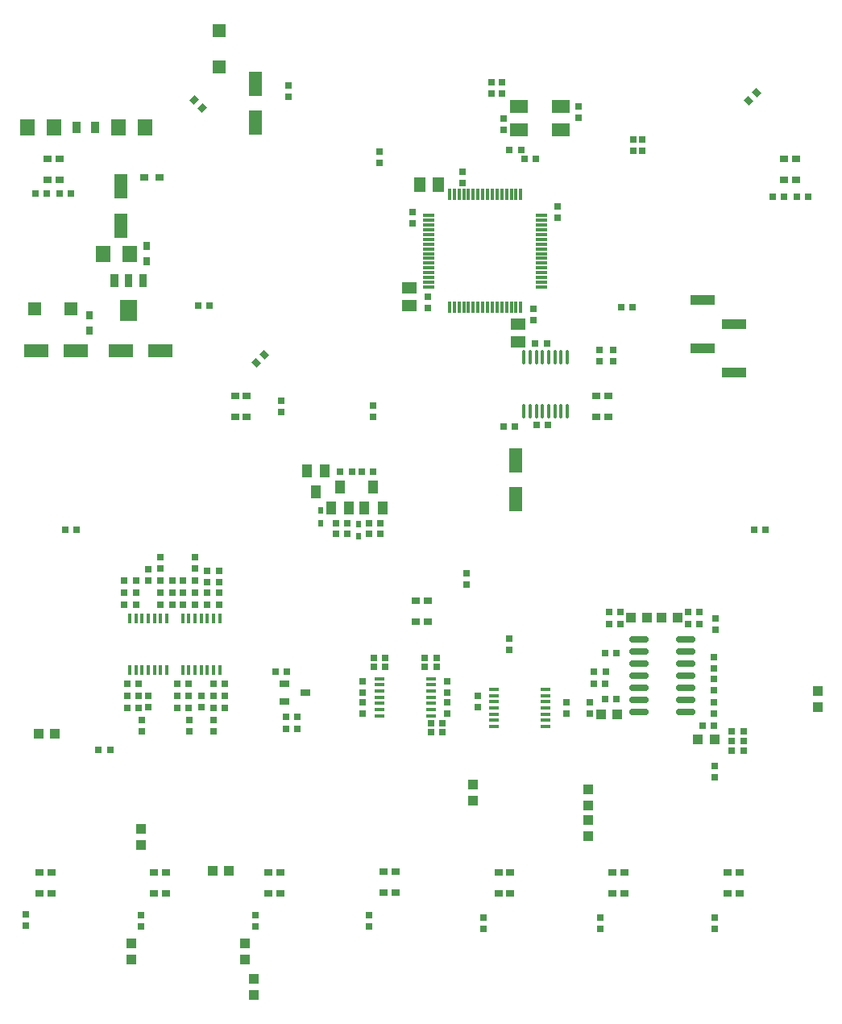
<source format=gbr>
%TF.GenerationSoftware,KiCad,Pcbnew,(6.0.11-0)*%
%TF.CreationDate,2023-03-07T14:13:06+01:00*%
%TF.ProjectId,marbles,6d617262-6c65-4732-9e6b-696361645f70,rev?*%
%TF.SameCoordinates,Original*%
%TF.FileFunction,Paste,Top*%
%TF.FilePolarity,Positive*%
%FSLAX46Y46*%
G04 Gerber Fmt 4.6, Leading zero omitted, Abs format (unit mm)*
G04 Created by KiCad (PCBNEW (6.0.11-0)) date 2023-03-07 14:13:06*
%MOMM*%
%LPD*%
G01*
G04 APERTURE LIST*
G04 Aperture macros list*
%AMRoundRect*
0 Rectangle with rounded corners*
0 $1 Rounding radius*
0 $2 $3 $4 $5 $6 $7 $8 $9 X,Y pos of 4 corners*
0 Add a 4 corners polygon primitive as box body*
4,1,4,$2,$3,$4,$5,$6,$7,$8,$9,$2,$3,0*
0 Add four circle primitives for the rounded corners*
1,1,$1+$1,$2,$3*
1,1,$1+$1,$4,$5*
1,1,$1+$1,$6,$7*
1,1,$1+$1,$8,$9*
0 Add four rect primitives between the rounded corners*
20,1,$1+$1,$2,$3,$4,$5,0*
20,1,$1+$1,$4,$5,$6,$7,0*
20,1,$1+$1,$6,$7,$8,$9,0*
20,1,$1+$1,$8,$9,$2,$3,0*%
%AMRotRect*
0 Rectangle, with rotation*
0 The origin of the aperture is its center*
0 $1 length*
0 $2 width*
0 $3 Rotation angle, in degrees counterclockwise*
0 Add horizontal line*
21,1,$1,$2,0,0,$3*%
G04 Aperture macros list end*
%ADD10R,1.300000X1.500000*%
%ADD11R,2.600000X1.400000*%
%ADD12R,0.750000X0.650000*%
%ADD13R,0.850000X0.640000*%
%ADD14R,0.650000X0.750000*%
%ADD15R,1.000000X1.100000*%
%ADD16R,2.510000X1.000000*%
%ADD17R,1.600000X1.800000*%
%ADD18R,1.000000X0.700000*%
%ADD19R,1.900000X1.400000*%
%ADD20R,1.100000X1.000000*%
%ADD21R,1.500000X1.300000*%
%ADD22R,1.400000X1.400000*%
%ADD23R,1.400000X2.600000*%
%ADD24R,0.990600X0.304800*%
%ADD25R,0.500000X0.700000*%
%ADD26RotRect,0.650000X0.750000X135.000000*%
%ADD27R,1.000000X1.400000*%
%ADD28R,0.300000X1.200000*%
%ADD29R,1.200000X0.300000*%
%ADD30RotRect,0.650000X0.750000X45.000000*%
%ADD31R,0.700000X0.850000*%
%ADD32R,0.900000X1.250000*%
%ADD33RoundRect,0.150000X-0.825000X-0.150000X0.825000X-0.150000X0.825000X0.150000X-0.825000X0.150000X0*%
%ADD34R,0.304800X0.990600*%
%ADD35R,0.850000X0.700000*%
%ADD36RoundRect,0.100000X0.100000X-0.637500X0.100000X0.637500X-0.100000X0.637500X-0.100000X-0.637500X0*%
%ADD37RotRect,0.650000X0.750000X225.000000*%
G04 APERTURE END LIST*
%TO.C,IC3*%
G36*
X118103700Y-82768600D02*
G01*
X117303700Y-82768600D01*
X117303700Y-81368600D01*
X118103700Y-81368600D01*
X118103700Y-82768600D01*
G37*
G36*
X118603700Y-86248600D02*
G01*
X116803700Y-86248600D01*
X116803700Y-84048600D01*
X118603700Y-84048600D01*
X118603700Y-86248600D01*
G37*
G36*
X119603700Y-82768600D02*
G01*
X118803700Y-82768600D01*
X118803700Y-81368600D01*
X119603700Y-81368600D01*
X119603700Y-82768600D01*
G37*
G36*
X116603700Y-82768600D02*
G01*
X115803700Y-82768600D01*
X115803700Y-81368600D01*
X116603700Y-81368600D01*
X116603700Y-82768600D01*
G37*
%TD*%
D10*
%TO.C,C10*%
X150244900Y-71983600D03*
X148344900Y-71983600D03*
%TD*%
D11*
%TO.C,C22*%
X108033600Y-89446100D03*
X112133600Y-89446100D03*
%TD*%
D12*
%TO.C,R82*%
X106900000Y-149800000D03*
X106900000Y-148600000D03*
%TD*%
D13*
%TO.C,LED4-2*%
X168125000Y-96350000D03*
X166875000Y-96350000D03*
X168125000Y-94150000D03*
X166875000Y-94150000D03*
%TD*%
D14*
%TO.C,C34*%
X168221100Y-118098000D03*
X169421100Y-118098000D03*
%TD*%
D12*
%TO.C,R28*%
X121037400Y-112271100D03*
X121037400Y-111071100D03*
%TD*%
%TO.C,R31*%
X125958600Y-113699800D03*
X125958600Y-112499800D03*
%TD*%
D14*
%TO.C,R24*%
X140687400Y-107543700D03*
X139487400Y-107543700D03*
%TD*%
D13*
%TO.C,LED7-2*%
X121625000Y-146400000D03*
X120375000Y-146400000D03*
X121625000Y-144200000D03*
X120375000Y-144200000D03*
%TD*%
D14*
%TO.C,C38*%
X134337400Y-123101100D03*
X133137400Y-123101100D03*
%TD*%
%TO.C,R66*%
X126628600Y-126911100D03*
X127828600Y-126911100D03*
%TD*%
D12*
%TO.C,R36*%
X153250000Y-112750000D03*
X153250000Y-113950000D03*
%TD*%
D14*
%TO.C,R26*%
X140687400Y-108654900D03*
X139487400Y-108654900D03*
%TD*%
D15*
%TO.C,R63*%
X179250000Y-130200000D03*
X177550000Y-130200000D03*
%TD*%
D12*
%TO.C,R19*%
X133750000Y-94650000D03*
X133750000Y-95850000D03*
%TD*%
D14*
%TO.C,C18*%
X170691100Y-84842300D03*
X169491100Y-84842300D03*
%TD*%
D16*
%TO.C,J17*%
X181355000Y-91710000D03*
X178045000Y-89170000D03*
X181355000Y-86630000D03*
X178045000Y-84090000D03*
%TD*%
D14*
%TO.C,R59*%
X127828600Y-125641100D03*
X126628600Y-125641100D03*
%TD*%
D12*
%TO.C,C7*%
X171678600Y-67256100D03*
X171678600Y-68456100D03*
%TD*%
D17*
%TO.C,C14*%
X117833600Y-79286100D03*
X115033600Y-79286100D03*
%TD*%
D14*
%TO.C,R42*%
X127193600Y-114846100D03*
X125993600Y-114846100D03*
%TD*%
D18*
%TO.C,IC8*%
X134066100Y-124373600D03*
X134066100Y-126273600D03*
X136266100Y-125323600D03*
%TD*%
D19*
%TO.C,Q1*%
X158683600Y-66198600D03*
X163083600Y-66198600D03*
X163083600Y-63798600D03*
X158683600Y-63798600D03*
%TD*%
D20*
%TO.C,C53*%
X109981100Y-129609800D03*
X108281100Y-129609800D03*
%TD*%
D12*
%TO.C,R84*%
X131000000Y-149850000D03*
X131000000Y-148650000D03*
%TD*%
%TO.C,R32*%
X127228600Y-113699800D03*
X127228600Y-112499800D03*
%TD*%
D13*
%TO.C,LED5-2*%
X149125000Y-117850000D03*
X147875000Y-117850000D03*
X149125000Y-115650000D03*
X147875000Y-115650000D03*
%TD*%
D12*
%TO.C,C48*%
X154374900Y-126876100D03*
X154374900Y-125676100D03*
%TD*%
D21*
%TO.C,C20*%
X158661100Y-86591100D03*
X158661100Y-88491100D03*
%TD*%
D14*
%TO.C,R27*%
X144179800Y-108655000D03*
X142979800Y-108655000D03*
%TD*%
%TO.C,R69*%
X149488700Y-128498500D03*
X150688700Y-128498500D03*
%TD*%
%TO.C,R41*%
X123453600Y-114846100D03*
X124653600Y-114846100D03*
%TD*%
D12*
%TO.C,R61*%
X179200000Y-126300000D03*
X179200000Y-127500000D03*
%TD*%
D22*
%TO.C,D2*%
X111666100Y-85001100D03*
X107866100Y-85001100D03*
%TD*%
D14*
%TO.C,R54*%
X167800000Y-124400000D03*
X166600000Y-124400000D03*
%TD*%
D12*
%TO.C,R17*%
X168600000Y-89300000D03*
X168600000Y-90500000D03*
%TD*%
D23*
%TO.C,C27*%
X158343700Y-100889900D03*
X158343700Y-104989900D03*
%TD*%
D13*
%TO.C,LED9-2*%
X145725000Y-146350000D03*
X144475000Y-146350000D03*
X145725000Y-144150000D03*
X144475000Y-144150000D03*
%TD*%
D20*
%TO.C,R85*%
X118000000Y-153350000D03*
X118000000Y-151650000D03*
%TD*%
D24*
%TO.C,IC10*%
X156102100Y-124961100D03*
X156102100Y-125611100D03*
X156102100Y-126261100D03*
X156102100Y-126911100D03*
X156102100Y-127561100D03*
X156102100Y-128211100D03*
X156102100Y-128861100D03*
X161537700Y-128861100D03*
X161537700Y-128211100D03*
X161537700Y-127561100D03*
X161537700Y-126911100D03*
X161537700Y-126261100D03*
X161537700Y-125611100D03*
X161537700Y-124961100D03*
%TD*%
D12*
%TO.C,R55*%
X151199900Y-125288400D03*
X151199900Y-124088400D03*
%TD*%
D25*
%TO.C,D5*%
X141833500Y-108878500D03*
X141833500Y-107578500D03*
%TD*%
D15*
%TO.C,C55*%
X165963600Y-137200000D03*
X165963600Y-135500000D03*
%TD*%
D14*
%TO.C,C40*%
X118779900Y-124371100D03*
X117579900Y-124371100D03*
%TD*%
%TO.C,R57*%
X117579900Y-125641100D03*
X118779900Y-125641100D03*
%TD*%
D12*
%TO.C,C8*%
X144056100Y-68526100D03*
X144056100Y-69726100D03*
%TD*%
%TO.C,C47*%
X125323600Y-125676100D03*
X125323600Y-126876100D03*
%TD*%
D26*
%TO.C,R1*%
X125424264Y-63924264D03*
X124575736Y-63075736D03*
%TD*%
D14*
%TO.C,R22*%
X139963600Y-102146200D03*
X141163600Y-102146200D03*
%TD*%
D12*
%TO.C,R67*%
X151200000Y-126311100D03*
X151200000Y-127511100D03*
%TD*%
D20*
%TO.C,R87*%
X130900000Y-157050000D03*
X130900000Y-155350000D03*
%TD*%
D23*
%TO.C,C2*%
X131038600Y-61361100D03*
X131038600Y-65461100D03*
%TD*%
D14*
%TO.C,R33*%
X118462400Y-113576100D03*
X117262400Y-113576100D03*
%TD*%
%TO.C,C41*%
X124018600Y-124371100D03*
X122818600Y-124371100D03*
%TD*%
D27*
%TO.C,Q3*%
X142471100Y-105944900D03*
X143421100Y-103744900D03*
X144371100Y-105944900D03*
%TD*%
D28*
%TO.C,IC2*%
X158918600Y-73032200D03*
X158418600Y-73032200D03*
X157918600Y-73032200D03*
X157418600Y-73032200D03*
X156918600Y-73032200D03*
X156418600Y-73032200D03*
X155918600Y-73032200D03*
X155418600Y-73032200D03*
X154918600Y-73032200D03*
X154418600Y-73032200D03*
X153918600Y-73032200D03*
X153418600Y-73032200D03*
X152918600Y-73032200D03*
X152418600Y-73032200D03*
X151918600Y-73032200D03*
X151418600Y-73032200D03*
D29*
X149257600Y-75218600D03*
X149257600Y-75718600D03*
X149257600Y-76218600D03*
X149257600Y-76718600D03*
X149257600Y-77218600D03*
X149257600Y-77718600D03*
X149257600Y-78218600D03*
X149257600Y-78718600D03*
X149257600Y-79218600D03*
X149257600Y-79718600D03*
X149257600Y-80218600D03*
X149257600Y-80718600D03*
X149257600Y-81218600D03*
X149257600Y-81718600D03*
X149257600Y-82218600D03*
X149257600Y-82718600D03*
D28*
X151418600Y-84854200D03*
X151918600Y-84854200D03*
X152418600Y-84854200D03*
X152918600Y-84854200D03*
X153418600Y-84854200D03*
X153918600Y-84854200D03*
X154418600Y-84854200D03*
X154918600Y-84854200D03*
X155418600Y-84854200D03*
X155918600Y-84854200D03*
X156418600Y-84854200D03*
X156918600Y-84854200D03*
X157418600Y-84854200D03*
X157918600Y-84854200D03*
X158418600Y-84854200D03*
X158918600Y-84854200D03*
D29*
X161105000Y-82718600D03*
X161105000Y-82218600D03*
X161105000Y-81718600D03*
X161105000Y-81218600D03*
X161105000Y-80718600D03*
X161105000Y-80218600D03*
X161105000Y-79718600D03*
X161105000Y-79218600D03*
X161105000Y-78718600D03*
X161105000Y-78218600D03*
X161105000Y-77718600D03*
X161105000Y-77218600D03*
X161105000Y-76718600D03*
X161105000Y-76218600D03*
X161105000Y-75718600D03*
X161105000Y-75218600D03*
%TD*%
D15*
%TO.C,R46*%
X173686100Y-117463000D03*
X175386100Y-117463000D03*
%TD*%
D30*
%TO.C,R5*%
X182825736Y-63174264D03*
X183674264Y-62325736D03*
%TD*%
D27*
%TO.C,D3*%
X138338700Y-101998600D03*
X136438700Y-101998600D03*
X137388700Y-104198600D03*
%TD*%
D12*
%TO.C,C9*%
X152787400Y-71789800D03*
X152787400Y-70589800D03*
%TD*%
D15*
%TO.C,C54*%
X153898600Y-136651100D03*
X153898600Y-134951100D03*
%TD*%
D12*
%TO.C,C4*%
X165011200Y-64963600D03*
X165011200Y-63763600D03*
%TD*%
D15*
%TO.C,R62*%
X167332500Y-127570000D03*
X169032500Y-127570000D03*
%TD*%
D14*
%TO.C,R65*%
X124018600Y-126911100D03*
X122818600Y-126911100D03*
%TD*%
%TO.C,C28*%
X112271100Y-108178600D03*
X111071100Y-108178600D03*
%TD*%
D12*
%TO.C,C36*%
X157708600Y-119643600D03*
X157708600Y-120843600D03*
%TD*%
%TO.C,R72*%
X126593600Y-128216100D03*
X126593600Y-129416100D03*
%TD*%
D31*
%TO.C,L3*%
X119608600Y-80027400D03*
X119608600Y-78427400D03*
%TD*%
D14*
%TO.C,R58*%
X122818600Y-125641100D03*
X124018600Y-125641100D03*
%TD*%
D12*
%TO.C,C37*%
X179200000Y-121600000D03*
X179200000Y-122800000D03*
%TD*%
D32*
%TO.C,L1*%
X114150000Y-66000000D03*
X112250000Y-66000000D03*
%TD*%
D13*
%TO.C,LED3-2*%
X130125000Y-96350000D03*
X128875000Y-96350000D03*
X130125000Y-94150000D03*
X128875000Y-94150000D03*
%TD*%
D12*
%TO.C,R77*%
X179298600Y-132978600D03*
X179298600Y-134178600D03*
%TD*%
D33*
%TO.C,IC7*%
X171325000Y-119690000D03*
X171325000Y-120960000D03*
X171325000Y-122230000D03*
X171325000Y-123500000D03*
X171325000Y-124770000D03*
X171325000Y-126040000D03*
X171325000Y-127310000D03*
X176275000Y-127310000D03*
X176275000Y-126040000D03*
X176275000Y-124770000D03*
X176275000Y-123500000D03*
X176275000Y-122230000D03*
X176275000Y-120960000D03*
X176275000Y-119690000D03*
%TD*%
D14*
%TO.C,R47*%
X169000000Y-121200000D03*
X167800000Y-121200000D03*
%TD*%
D27*
%TO.C,Q2*%
X138978600Y-105944900D03*
X139928600Y-103744900D03*
X140878600Y-105944900D03*
%TD*%
D14*
%TO.C,R64*%
X118779900Y-126911100D03*
X117579900Y-126911100D03*
%TD*%
D22*
%TO.C,D1*%
X127228500Y-55795900D03*
X127228500Y-59595900D03*
%TD*%
D12*
%TO.C,R53*%
X179200000Y-125100000D03*
X179200000Y-123900000D03*
%TD*%
%TO.C,R79*%
X155000000Y-148900000D03*
X155000000Y-150100000D03*
%TD*%
D20*
%TO.C,C58*%
X128237200Y-144056100D03*
X126537200Y-144056100D03*
%TD*%
D12*
%TO.C,R56*%
X142310000Y-125288500D03*
X142310000Y-124088500D03*
%TD*%
%TO.C,C19*%
X160248600Y-85036100D03*
X160248600Y-86236100D03*
%TD*%
D14*
%TO.C,R51*%
X144656300Y-122624600D03*
X143456300Y-122624600D03*
%TD*%
D12*
%TO.C,R15*%
X167200000Y-89300000D03*
X167200000Y-90500000D03*
%TD*%
%TO.C,R48*%
X179400000Y-118700000D03*
X179400000Y-117500000D03*
%TD*%
D14*
%TO.C,C31*%
X121072400Y-116116100D03*
X122272400Y-116116100D03*
%TD*%
D15*
%TO.C,C45*%
X190093600Y-126808600D03*
X190093600Y-125108600D03*
%TD*%
D14*
%TO.C,R11*%
X186566100Y-73253600D03*
X185366100Y-73253600D03*
%TD*%
D12*
%TO.C,R70*%
X119132400Y-128216100D03*
X119132400Y-129416100D03*
%TD*%
D14*
%TO.C,R34*%
X121072400Y-113576100D03*
X122272400Y-113576100D03*
%TD*%
D12*
%TO.C,R3*%
X156914800Y-61223600D03*
X156914800Y-62423600D03*
%TD*%
D14*
%TO.C,R75*%
X150688500Y-129451200D03*
X149488500Y-129451200D03*
%TD*%
%TO.C,R10*%
X110436100Y-72936100D03*
X111636100Y-72936100D03*
%TD*%
%TO.C,R40*%
X122272400Y-114846100D03*
X121072400Y-114846100D03*
%TD*%
D13*
%TO.C,LED6-2*%
X109625000Y-146400000D03*
X108375000Y-146400000D03*
X109625000Y-144200000D03*
X108375000Y-144200000D03*
%TD*%
D12*
%TO.C,R83*%
X119000000Y-149850000D03*
X119000000Y-148650000D03*
%TD*%
D14*
%TO.C,R35*%
X124653600Y-113576100D03*
X123453600Y-113576100D03*
%TD*%
D12*
%TO.C,C16*%
X149136100Y-83766100D03*
X149136100Y-84966100D03*
%TD*%
D15*
%TO.C,R45*%
X172211200Y-117463000D03*
X170511200Y-117463000D03*
%TD*%
D12*
%TO.C,C46*%
X119767400Y-125676100D03*
X119767400Y-126876100D03*
%TD*%
D34*
%TO.C,IC5*%
X117817400Y-122961400D03*
X118467400Y-122961400D03*
X119117400Y-122961400D03*
X119767400Y-122961400D03*
X120417400Y-122961400D03*
X121067400Y-122961400D03*
X121717400Y-122961400D03*
X121717400Y-117525800D03*
X121067400Y-117525800D03*
X120417400Y-117525800D03*
X119767400Y-117525800D03*
X119117400Y-117525800D03*
X118467400Y-117525800D03*
X117817400Y-117525800D03*
%TD*%
D13*
%TO.C,LED2-2*%
X187825000Y-71500000D03*
X186575000Y-71500000D03*
X187825000Y-69300000D03*
X186575000Y-69300000D03*
%TD*%
D35*
%TO.C,L2*%
X119343600Y-71190000D03*
X120943600Y-71190000D03*
%TD*%
D12*
%TO.C,R6*%
X170726100Y-67256100D03*
X170726100Y-68456100D03*
%TD*%
D13*
%TO.C,LED1-2*%
X110425000Y-71500000D03*
X109175000Y-71500000D03*
X110425000Y-69300000D03*
X109175000Y-69300000D03*
%TD*%
D14*
%TO.C,R12*%
X187906100Y-73253600D03*
X189106100Y-73253600D03*
%TD*%
D25*
%TO.C,D4*%
X137864900Y-106208600D03*
X137864900Y-107508600D03*
%TD*%
D15*
%TO.C,C57*%
X165963600Y-140375000D03*
X165963600Y-138675000D03*
%TD*%
D24*
%TO.C,IC9*%
X144037100Y-123849800D03*
X144037100Y-124499800D03*
X144037100Y-125149800D03*
X144037100Y-125799800D03*
X144037100Y-126449800D03*
X144037100Y-127099800D03*
X144037100Y-127749800D03*
X149472700Y-127749800D03*
X149472700Y-127099800D03*
X149472700Y-126449800D03*
X149472700Y-125799800D03*
X149472700Y-125149800D03*
X149472700Y-124499800D03*
X149472700Y-123849800D03*
%TD*%
D14*
%TO.C,R68*%
X135448600Y-127863600D03*
X134248600Y-127863600D03*
%TD*%
D17*
%TO.C,C5*%
X116600000Y-66000000D03*
X119400000Y-66000000D03*
%TD*%
D14*
%TO.C,R49*%
X150053500Y-121672200D03*
X148853500Y-121672200D03*
%TD*%
D12*
%TO.C,R30*%
X119767400Y-113541100D03*
X119767400Y-112341100D03*
%TD*%
D14*
%TO.C,C51*%
X181100000Y-131400000D03*
X182300000Y-131400000D03*
%TD*%
%TO.C,R76*%
X115763600Y-131356100D03*
X114563600Y-131356100D03*
%TD*%
D31*
%TO.C,L4*%
X113576100Y-87329900D03*
X113576100Y-85729900D03*
%TD*%
D14*
%TO.C,R44*%
X176476000Y-116828000D03*
X177676000Y-116828000D03*
%TD*%
%TO.C,C17*%
X126241100Y-84683600D03*
X125041100Y-84683600D03*
%TD*%
%TO.C,C33*%
X125993600Y-116116100D03*
X127193600Y-116116100D03*
%TD*%
D36*
%TO.C,IC4*%
X159243600Y-95801100D03*
X159893600Y-95801100D03*
X160543600Y-95801100D03*
X161193600Y-95801100D03*
X161843600Y-95801100D03*
X162493600Y-95801100D03*
X163143600Y-95801100D03*
X163793600Y-95801100D03*
X163793600Y-90076100D03*
X163143600Y-90076100D03*
X162493600Y-90076100D03*
X161843600Y-90076100D03*
X161193600Y-90076100D03*
X160543600Y-90076100D03*
X159893600Y-90076100D03*
X159243600Y-90076100D03*
%TD*%
D17*
%TO.C,C3*%
X109900000Y-66000000D03*
X107100000Y-66000000D03*
%TD*%
D12*
%TO.C,C12*%
X162788600Y-74241100D03*
X162788600Y-75441100D03*
%TD*%
D23*
%TO.C,C11*%
X116910000Y-72156300D03*
X116910000Y-76256300D03*
%TD*%
D12*
%TO.C,R78*%
X143000000Y-148650000D03*
X143000000Y-149850000D03*
%TD*%
%TO.C,C1*%
X134531100Y-61541100D03*
X134531100Y-62741100D03*
%TD*%
D13*
%TO.C,LED11-2*%
X169825000Y-146400000D03*
X168575000Y-146400000D03*
X169825000Y-144200000D03*
X168575000Y-144200000D03*
%TD*%
D14*
%TO.C,R43*%
X169421100Y-116828000D03*
X168221100Y-116828000D03*
%TD*%
D13*
%TO.C,LED10-2*%
X157825000Y-146400000D03*
X156575000Y-146400000D03*
X157825000Y-144200000D03*
X156575000Y-144200000D03*
%TD*%
D14*
%TO.C,C29*%
X184661100Y-108178600D03*
X183461100Y-108178600D03*
%TD*%
%TO.C,C26*%
X158308600Y-97383700D03*
X157108600Y-97383700D03*
%TD*%
%TO.C,C44*%
X179200000Y-128800000D03*
X178000000Y-128800000D03*
%TD*%
D12*
%TO.C,C24*%
X143421200Y-95196100D03*
X143421200Y-96396100D03*
%TD*%
D14*
%TO.C,C43*%
X167800000Y-126000000D03*
X169000000Y-126000000D03*
%TD*%
D12*
%TO.C,R71*%
X124053600Y-128216100D03*
X124053600Y-129416100D03*
%TD*%
D14*
%TO.C,R39*%
X117262400Y-114846100D03*
X118462400Y-114846100D03*
%TD*%
D12*
%TO.C,R2*%
X155803600Y-61223600D03*
X155803600Y-62423600D03*
%TD*%
D21*
%TO.C,C15*%
X147231100Y-82781100D03*
X147231100Y-84681100D03*
%TD*%
D13*
%TO.C,LED8-2*%
X133625000Y-146400000D03*
X132375000Y-146400000D03*
X133625000Y-144200000D03*
X132375000Y-144200000D03*
%TD*%
D14*
%TO.C,C42*%
X126628600Y-124371100D03*
X127828600Y-124371100D03*
%TD*%
%TO.C,C39*%
X167833600Y-123101100D03*
X166633600Y-123101100D03*
%TD*%
%TO.C,R52*%
X148853500Y-122624800D03*
X150053500Y-122624800D03*
%TD*%
D20*
%TO.C,R86*%
X129900000Y-153350000D03*
X129900000Y-151650000D03*
%TD*%
D12*
%TO.C,C6*%
X157073700Y-65033600D03*
X157073700Y-66233600D03*
%TD*%
%TO.C,R81*%
X179250000Y-148900000D03*
X179250000Y-150100000D03*
%TD*%
D14*
%TO.C,R7*%
X157743600Y-68332400D03*
X158943600Y-68332400D03*
%TD*%
D37*
%TO.C,R18*%
X131924264Y-89825736D03*
X131075736Y-90674264D03*
%TD*%
D12*
%TO.C,C13*%
X147548600Y-76076100D03*
X147548600Y-74876100D03*
%TD*%
D14*
%TO.C,R50*%
X143456100Y-121672500D03*
X144656100Y-121672500D03*
%TD*%
%TO.C,R23*%
X143386200Y-102146200D03*
X142186200Y-102146200D03*
%TD*%
D12*
%TO.C,C50*%
X142309900Y-126311000D03*
X142309900Y-127511000D03*
%TD*%
D11*
%TO.C,C23*%
X121023600Y-89446100D03*
X116923600Y-89446100D03*
%TD*%
D14*
%TO.C,C35*%
X177676100Y-118098000D03*
X176476100Y-118098000D03*
%TD*%
D12*
%TO.C,R60*%
X166200000Y-127535000D03*
X166200000Y-126335000D03*
%TD*%
D15*
%TO.C,C56*%
X118973600Y-141350000D03*
X118973600Y-139650000D03*
%TD*%
D14*
%TO.C,R25*%
X144179800Y-107543700D03*
X142979800Y-107543700D03*
%TD*%
%TO.C,C52*%
X134248600Y-129133600D03*
X135448600Y-129133600D03*
%TD*%
%TO.C,C32*%
X124653600Y-116116100D03*
X123453600Y-116116100D03*
%TD*%
%TO.C,R8*%
X159331200Y-69284800D03*
X160531200Y-69284800D03*
%TD*%
%TO.C,C30*%
X118462400Y-116116100D03*
X117262400Y-116116100D03*
%TD*%
%TO.C,R9*%
X109096100Y-72936100D03*
X107896100Y-72936100D03*
%TD*%
D13*
%TO.C,LED12-2*%
X181925000Y-146400000D03*
X180675000Y-146400000D03*
X181925000Y-144200000D03*
X180675000Y-144200000D03*
%TD*%
D14*
%TO.C,C21*%
X161642300Y-88652300D03*
X160442300Y-88652300D03*
%TD*%
%TO.C,R74*%
X181100000Y-129400000D03*
X182300000Y-129400000D03*
%TD*%
D12*
%TO.C,R80*%
X167250000Y-148900000D03*
X167250000Y-150100000D03*
%TD*%
%TO.C,C49*%
X163700000Y-127500000D03*
X163700000Y-126300000D03*
%TD*%
D34*
%TO.C,IC6*%
X123373600Y-122961400D03*
X124023600Y-122961400D03*
X124673600Y-122961400D03*
X125323600Y-122961400D03*
X125973600Y-122961400D03*
X126623600Y-122961400D03*
X127273600Y-122961400D03*
X127273600Y-117525800D03*
X126623600Y-117525800D03*
X125973600Y-117525800D03*
X125323600Y-117525800D03*
X124673600Y-117525800D03*
X124023600Y-117525800D03*
X123373600Y-117525800D03*
%TD*%
D14*
%TO.C,R73*%
X182300000Y-130400000D03*
X181100000Y-130400000D03*
%TD*%
%TO.C,C25*%
X160601100Y-97224800D03*
X161801100Y-97224800D03*
%TD*%
D12*
%TO.C,R29*%
X124688600Y-112271100D03*
X124688600Y-111071100D03*
%TD*%
M02*

</source>
